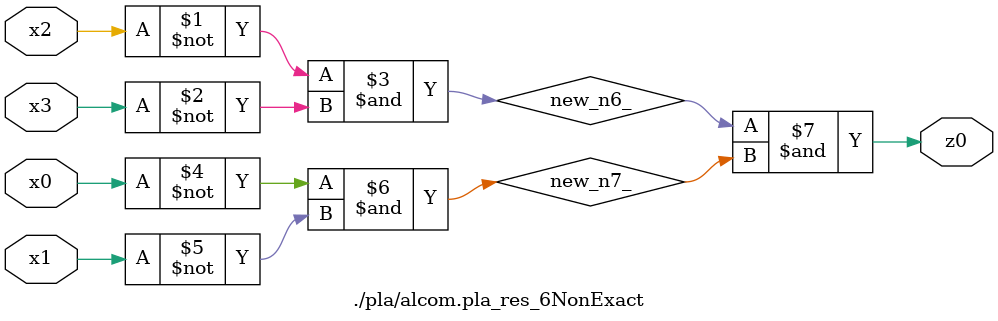
<source format=v>

module \./pla/alcom.pla_res_6NonExact  ( 
    x0, x1, x2, x3,
    z0  );
  input  x0, x1, x2, x3;
  output z0;
  wire new_n6_, new_n7_;
  assign new_n6_ = ~x2 & ~x3;
  assign new_n7_ = ~x0 & ~x1;
  assign z0 = new_n6_ & new_n7_;
endmodule



</source>
